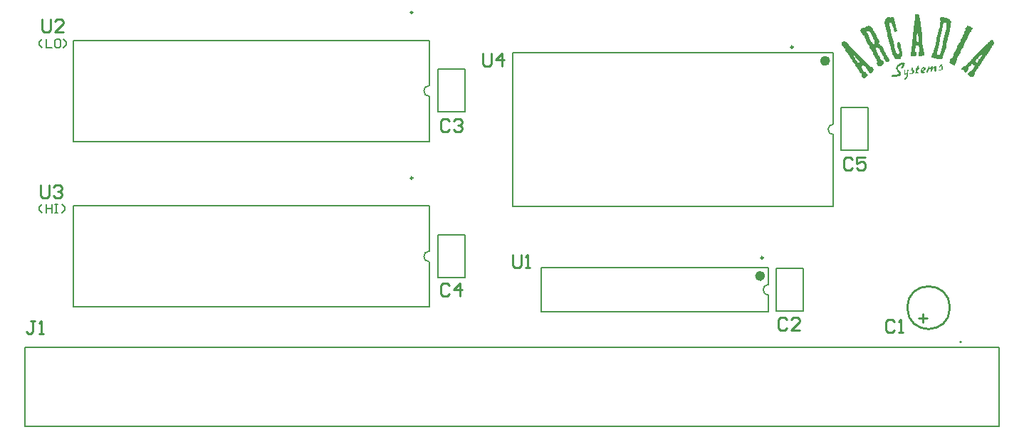
<source format=gto>
G04*
G04 #@! TF.GenerationSoftware,Altium Limited,Altium Designer,20.2.6 (244)*
G04*
G04 Layer_Color=65535*
%FSAX24Y24*%
%MOIN*%
G70*
G04*
G04 #@! TF.SameCoordinates,F670C94F-DB3F-48BB-9EAE-642EF2030223*
G04*
G04*
G04 #@! TF.FilePolarity,Positive*
G04*
G01*
G75*
%ADD10C,0.0079*%
%ADD11C,0.0098*%
%ADD12C,0.0100*%
%ADD13C,0.0236*%
%ADD14C,0.0050*%
%ADD15C,0.0080*%
G36*
X276467Y145223D02*
Y145209D01*
X276495D01*
Y145196D01*
Y145182D01*
Y145168D01*
Y145154D01*
X276523D01*
Y145140D01*
Y145126D01*
Y145112D01*
Y145099D01*
Y145085D01*
Y145071D01*
X276551D01*
Y145057D01*
Y145043D01*
Y145029D01*
Y145015D01*
X276578D01*
Y145002D01*
Y144988D01*
Y144974D01*
Y144960D01*
Y144946D01*
Y144932D01*
Y144918D01*
Y144905D01*
X276606D01*
Y144891D01*
Y144877D01*
Y144863D01*
Y144849D01*
Y144835D01*
Y144822D01*
Y144808D01*
Y144794D01*
Y144780D01*
Y144766D01*
Y144752D01*
Y144738D01*
X276634D01*
Y144725D01*
Y144711D01*
Y144697D01*
Y144683D01*
Y144669D01*
Y144655D01*
Y144641D01*
Y144628D01*
X276661D01*
Y144614D01*
Y144600D01*
Y144586D01*
Y144572D01*
X276634D01*
Y144558D01*
Y144544D01*
X276606D01*
Y144531D01*
Y144517D01*
X276523D01*
Y144531D01*
Y144544D01*
Y144558D01*
Y144572D01*
Y144586D01*
Y144600D01*
X276495D01*
Y144614D01*
Y144628D01*
Y144641D01*
Y144655D01*
Y144669D01*
Y144683D01*
Y144697D01*
Y144711D01*
Y144725D01*
Y144738D01*
X276467D01*
Y144752D01*
Y144766D01*
Y144780D01*
Y144794D01*
X276440D01*
Y144808D01*
Y144822D01*
Y144835D01*
Y144849D01*
Y144863D01*
Y144877D01*
Y144891D01*
Y144905D01*
X276412D01*
Y144918D01*
Y144932D01*
Y144946D01*
Y144960D01*
X276301D01*
Y144946D01*
Y144932D01*
Y144918D01*
Y144905D01*
Y144891D01*
Y144877D01*
Y144863D01*
Y144849D01*
Y144835D01*
Y144822D01*
Y144808D01*
Y144794D01*
X276329D01*
Y144780D01*
Y144766D01*
Y144752D01*
Y144738D01*
Y144725D01*
Y144711D01*
Y144697D01*
Y144683D01*
Y144669D01*
Y144655D01*
X276357D01*
Y144641D01*
Y144628D01*
Y144614D01*
Y144600D01*
Y144586D01*
Y144572D01*
X276384D01*
Y144558D01*
Y144544D01*
Y144531D01*
Y144517D01*
Y144503D01*
Y144489D01*
Y144475D01*
Y144461D01*
X276412D01*
Y144448D01*
Y144434D01*
Y144420D01*
Y144406D01*
Y144392D01*
Y144378D01*
Y144364D01*
Y144351D01*
Y144337D01*
Y144323D01*
X276440D01*
Y144309D01*
Y144295D01*
Y144281D01*
Y144267D01*
Y144254D01*
Y144240D01*
Y144226D01*
Y144212D01*
X276467D01*
Y144198D01*
Y144184D01*
Y144171D01*
Y144157D01*
Y144143D01*
Y144129D01*
X276495D01*
Y144115D01*
Y144101D01*
Y144087D01*
Y144074D01*
Y144060D01*
Y144046D01*
Y144032D01*
Y144018D01*
Y144004D01*
Y143990D01*
Y143977D01*
Y143963D01*
X276523D01*
Y143949D01*
Y143935D01*
Y143921D01*
Y143907D01*
Y143893D01*
Y143880D01*
X276551D01*
Y143866D01*
Y143852D01*
Y143838D01*
Y143824D01*
Y143810D01*
Y143797D01*
Y143783D01*
Y143769D01*
Y143755D01*
Y143741D01*
X276578D01*
Y143727D01*
Y143713D01*
Y143700D01*
Y143686D01*
Y143672D01*
Y143658D01*
X276606D01*
Y143644D01*
Y143630D01*
Y143616D01*
Y143603D01*
Y143589D01*
Y143575D01*
Y143561D01*
Y143547D01*
X276634D01*
Y143533D01*
Y143520D01*
X276661D01*
Y143506D01*
Y143492D01*
X276744D01*
Y143506D01*
Y143520D01*
X276772D01*
Y143533D01*
Y143547D01*
Y143561D01*
Y143575D01*
Y143589D01*
Y143603D01*
Y143616D01*
Y143630D01*
X276744D01*
Y143644D01*
Y143658D01*
Y143672D01*
Y143686D01*
Y143700D01*
Y143713D01*
X276717D01*
Y143727D01*
Y143741D01*
Y143755D01*
Y143769D01*
Y143783D01*
Y143797D01*
X276689D01*
Y143810D01*
Y143824D01*
Y143838D01*
Y143852D01*
Y143866D01*
Y143880D01*
Y143893D01*
Y143907D01*
Y143921D01*
Y143935D01*
Y143949D01*
Y143963D01*
Y143977D01*
Y143990D01*
Y144004D01*
Y144018D01*
X276717D01*
Y144032D01*
Y144046D01*
X276772D01*
Y144032D01*
Y144018D01*
X276800D01*
Y144004D01*
Y143990D01*
Y143977D01*
Y143963D01*
X276828D01*
Y143949D01*
Y143935D01*
Y143921D01*
Y143907D01*
Y143893D01*
Y143880D01*
Y143866D01*
Y143852D01*
X276855D01*
Y143838D01*
Y143824D01*
Y143810D01*
Y143797D01*
Y143783D01*
Y143769D01*
X276883D01*
Y143755D01*
Y143741D01*
Y143727D01*
Y143713D01*
Y143700D01*
Y143686D01*
Y143672D01*
Y143658D01*
Y143644D01*
Y143630D01*
X276911D01*
Y143616D01*
Y143603D01*
Y143589D01*
Y143575D01*
Y143561D01*
Y143547D01*
Y143533D01*
Y143520D01*
Y143506D01*
Y143492D01*
Y143478D01*
Y143464D01*
Y143450D01*
Y143436D01*
Y143423D01*
Y143409D01*
Y143395D01*
Y143381D01*
X276883D01*
Y143367D01*
Y143353D01*
X276855D01*
Y143339D01*
Y143326D01*
Y143312D01*
Y143298D01*
X276828D01*
Y143284D01*
Y143270D01*
X276772D01*
Y143256D01*
Y143242D01*
X276606D01*
Y143256D01*
Y143270D01*
X276578D01*
Y143284D01*
Y143298D01*
X276551D01*
Y143312D01*
Y143326D01*
X276523D01*
Y143339D01*
Y143353D01*
X276495D01*
Y143367D01*
Y143381D01*
Y143395D01*
Y143409D01*
X276467D01*
Y143423D01*
Y143436D01*
Y143450D01*
Y143464D01*
X276440D01*
Y143478D01*
Y143492D01*
Y143506D01*
Y143520D01*
Y143533D01*
Y143547D01*
Y143561D01*
Y143575D01*
X276412D01*
Y143589D01*
Y143603D01*
Y143616D01*
Y143630D01*
Y143644D01*
Y143658D01*
Y143672D01*
Y143686D01*
X276384D01*
Y143700D01*
Y143713D01*
Y143727D01*
Y143741D01*
Y143755D01*
Y143769D01*
Y143783D01*
Y143797D01*
X276357D01*
Y143810D01*
Y143824D01*
Y143838D01*
Y143852D01*
X276329D01*
Y143866D01*
Y143880D01*
Y143893D01*
Y143907D01*
Y143921D01*
Y143935D01*
Y143949D01*
Y143963D01*
X276301D01*
Y143977D01*
Y143990D01*
Y144004D01*
Y144018D01*
Y144032D01*
Y144046D01*
Y144060D01*
Y144074D01*
X276274D01*
Y144087D01*
Y144101D01*
Y144115D01*
Y144129D01*
Y144143D01*
Y144157D01*
Y144171D01*
Y144184D01*
X276246D01*
Y144198D01*
Y144212D01*
Y144226D01*
Y144240D01*
Y144254D01*
Y144267D01*
Y144281D01*
Y144295D01*
X276218D01*
Y144309D01*
Y144323D01*
Y144337D01*
Y144351D01*
Y144364D01*
Y144378D01*
Y144392D01*
Y144406D01*
X276190D01*
Y144420D01*
Y144434D01*
Y144448D01*
Y144461D01*
Y144475D01*
Y144489D01*
Y144503D01*
Y144517D01*
X276163D01*
Y144531D01*
Y144544D01*
Y144558D01*
Y144572D01*
Y144586D01*
Y144600D01*
Y144614D01*
Y144628D01*
X276135D01*
Y144641D01*
Y144655D01*
Y144669D01*
Y144683D01*
Y144697D01*
Y144711D01*
Y144725D01*
Y144738D01*
Y144752D01*
Y144766D01*
X276107D01*
Y144780D01*
Y144794D01*
Y144808D01*
Y144822D01*
Y144835D01*
Y144849D01*
Y144863D01*
Y144877D01*
Y144891D01*
Y144905D01*
X276080D01*
Y144918D01*
Y144932D01*
Y144946D01*
Y144960D01*
Y144974D01*
Y144988D01*
Y145002D01*
Y145015D01*
X276107D01*
Y145029D01*
Y145043D01*
Y145057D01*
Y145071D01*
Y145085D01*
Y145099D01*
Y145112D01*
Y145126D01*
X276135D01*
Y145140D01*
Y145154D01*
X276163D01*
Y145168D01*
Y145182D01*
X276218D01*
Y145196D01*
Y145209D01*
X276329D01*
Y145196D01*
Y145182D01*
X276384D01*
Y145196D01*
Y145209D01*
X276412D01*
Y145223D01*
Y145237D01*
X276467D01*
Y145223D01*
D02*
G37*
G36*
X277686Y145334D02*
Y145320D01*
X277714D01*
Y145306D01*
Y145292D01*
Y145279D01*
Y145265D01*
Y145251D01*
Y145237D01*
Y145223D01*
Y145209D01*
Y145196D01*
Y145182D01*
X277742D01*
Y145168D01*
Y145154D01*
Y145140D01*
Y145126D01*
Y145112D01*
Y145099D01*
Y145085D01*
Y145071D01*
Y145057D01*
Y145043D01*
Y145029D01*
Y145015D01*
X277769D01*
Y145002D01*
Y144988D01*
Y144974D01*
Y144960D01*
Y144946D01*
Y144932D01*
Y144918D01*
Y144905D01*
Y144891D01*
Y144877D01*
Y144863D01*
Y144849D01*
Y144835D01*
Y144822D01*
Y144808D01*
Y144794D01*
Y144780D01*
Y144766D01*
X277797D01*
Y144752D01*
Y144738D01*
Y144725D01*
Y144711D01*
Y144697D01*
Y144683D01*
Y144669D01*
Y144655D01*
Y144641D01*
Y144628D01*
Y144614D01*
Y144600D01*
Y144586D01*
Y144572D01*
Y144558D01*
Y144544D01*
Y144531D01*
Y144517D01*
X277825D01*
Y144503D01*
Y144489D01*
Y144475D01*
Y144461D01*
Y144448D01*
Y144434D01*
Y144420D01*
Y144406D01*
Y144392D01*
Y144378D01*
Y144364D01*
Y144351D01*
Y144337D01*
Y144323D01*
Y144309D01*
Y144295D01*
Y144281D01*
Y144267D01*
Y144254D01*
Y144240D01*
Y144226D01*
Y144212D01*
Y144198D01*
Y144184D01*
X277853D01*
Y144171D01*
Y144157D01*
Y144143D01*
Y144129D01*
Y144115D01*
Y144101D01*
Y144087D01*
Y144074D01*
Y144060D01*
Y144046D01*
Y144032D01*
Y144018D01*
Y144004D01*
Y143990D01*
Y143977D01*
Y143963D01*
Y143949D01*
Y143935D01*
X277880D01*
Y143921D01*
Y143907D01*
Y143893D01*
Y143880D01*
Y143866D01*
Y143852D01*
Y143838D01*
Y143824D01*
Y143810D01*
Y143797D01*
Y143783D01*
Y143769D01*
Y143755D01*
Y143741D01*
X277908D01*
Y143727D01*
Y143713D01*
Y143700D01*
Y143686D01*
Y143672D01*
Y143658D01*
Y143644D01*
Y143630D01*
Y143616D01*
Y143603D01*
X277936D01*
Y143589D01*
Y143575D01*
Y143561D01*
Y143547D01*
Y143533D01*
Y143520D01*
Y143506D01*
Y143492D01*
Y143478D01*
Y143464D01*
Y143450D01*
Y143436D01*
Y143423D01*
Y143409D01*
X277825D01*
Y143395D01*
Y143381D01*
X277686D01*
Y143395D01*
Y143409D01*
Y143423D01*
Y143436D01*
Y143450D01*
Y143464D01*
Y143478D01*
Y143492D01*
Y143506D01*
Y143520D01*
Y143533D01*
Y143547D01*
Y143561D01*
Y143575D01*
X277714D01*
Y143589D01*
Y143603D01*
Y143616D01*
Y143630D01*
Y143644D01*
Y143658D01*
Y143672D01*
Y143686D01*
Y143700D01*
Y143713D01*
Y143727D01*
Y143741D01*
Y143755D01*
Y143769D01*
Y143783D01*
Y143797D01*
Y143810D01*
Y143824D01*
X277686D01*
Y143838D01*
Y143852D01*
Y143866D01*
Y143880D01*
X277548D01*
Y143866D01*
Y143852D01*
Y143838D01*
Y143824D01*
Y143810D01*
Y143797D01*
Y143783D01*
Y143769D01*
X277520D01*
Y143755D01*
Y143741D01*
Y143727D01*
Y143713D01*
Y143700D01*
Y143686D01*
Y143672D01*
Y143658D01*
Y143644D01*
Y143630D01*
Y143616D01*
Y143603D01*
X277548D01*
Y143589D01*
Y143575D01*
X277576D01*
Y143561D01*
Y143547D01*
Y143533D01*
Y143520D01*
Y143506D01*
Y143492D01*
Y143478D01*
Y143464D01*
Y143450D01*
Y143436D01*
Y143423D01*
Y143409D01*
X277548D01*
Y143395D01*
Y143381D01*
X277299D01*
Y143395D01*
Y143409D01*
Y143423D01*
Y143436D01*
Y143450D01*
Y143464D01*
Y143478D01*
Y143492D01*
Y143506D01*
Y143520D01*
Y143533D01*
Y143547D01*
Y143561D01*
Y143575D01*
X277326D01*
Y143589D01*
Y143603D01*
X277354D01*
Y143616D01*
Y143630D01*
Y143644D01*
Y143658D01*
Y143672D01*
Y143686D01*
Y143700D01*
Y143713D01*
Y143727D01*
Y143741D01*
Y143755D01*
Y143769D01*
Y143783D01*
Y143797D01*
Y143810D01*
Y143824D01*
Y143838D01*
Y143852D01*
X277382D01*
Y143866D01*
Y143880D01*
Y143893D01*
Y143907D01*
Y143921D01*
Y143935D01*
Y143949D01*
Y143963D01*
Y143977D01*
Y143990D01*
Y144004D01*
Y144018D01*
Y144032D01*
Y144046D01*
Y144060D01*
Y144074D01*
Y144087D01*
Y144101D01*
Y144115D01*
Y144129D01*
Y144143D01*
Y144157D01*
Y144171D01*
Y144184D01*
X277409D01*
Y144198D01*
Y144212D01*
Y144226D01*
Y144240D01*
Y144254D01*
Y144267D01*
Y144281D01*
Y144295D01*
Y144309D01*
Y144323D01*
Y144337D01*
Y144351D01*
Y144364D01*
Y144378D01*
Y144392D01*
Y144406D01*
Y144420D01*
Y144434D01*
Y144448D01*
Y144461D01*
Y144475D01*
Y144489D01*
Y144503D01*
Y144517D01*
X277437D01*
Y144531D01*
Y144544D01*
Y144558D01*
Y144572D01*
Y144586D01*
Y144600D01*
Y144614D01*
Y144628D01*
Y144641D01*
Y144655D01*
Y144669D01*
Y144683D01*
Y144697D01*
Y144711D01*
Y144725D01*
Y144738D01*
Y144752D01*
Y144766D01*
Y144780D01*
Y144794D01*
Y144808D01*
Y144822D01*
X277465D01*
Y144835D01*
Y144849D01*
Y144863D01*
Y144877D01*
Y144891D01*
Y144905D01*
Y144918D01*
Y144932D01*
Y144946D01*
Y144960D01*
Y144974D01*
Y144988D01*
Y145002D01*
Y145015D01*
Y145029D01*
Y145043D01*
Y145057D01*
Y145071D01*
X277492D01*
Y145085D01*
Y145099D01*
Y145112D01*
Y145126D01*
Y145140D01*
Y145154D01*
Y145168D01*
Y145182D01*
Y145196D01*
Y145209D01*
Y145223D01*
Y145237D01*
Y145251D01*
Y145265D01*
Y145279D01*
Y145292D01*
X277520D01*
Y145306D01*
Y145320D01*
Y145334D01*
Y145348D01*
X277686D01*
Y145334D01*
D02*
G37*
G36*
X278822Y145223D02*
Y145209D01*
X278878D01*
Y145196D01*
Y145182D01*
X279016D01*
Y145168D01*
Y145154D01*
X279071D01*
Y145140D01*
Y145126D01*
X279155D01*
Y145112D01*
Y145099D01*
Y145085D01*
Y145071D01*
X279182D01*
Y145057D01*
Y145043D01*
Y145029D01*
Y145015D01*
X279210D01*
Y145002D01*
Y144988D01*
Y144974D01*
Y144960D01*
X279182D01*
Y144946D01*
Y144932D01*
Y144918D01*
Y144905D01*
Y144891D01*
Y144877D01*
Y144863D01*
Y144849D01*
Y144835D01*
Y144822D01*
Y144808D01*
Y144794D01*
Y144780D01*
Y144766D01*
Y144752D01*
Y144738D01*
X279155D01*
Y144725D01*
Y144711D01*
Y144697D01*
Y144683D01*
X279127D01*
Y144669D01*
Y144655D01*
Y144641D01*
Y144628D01*
Y144614D01*
Y144600D01*
Y144586D01*
Y144572D01*
Y144558D01*
Y144544D01*
Y144531D01*
Y144517D01*
X279099D01*
Y144503D01*
Y144489D01*
Y144475D01*
Y144461D01*
Y144448D01*
Y144434D01*
Y144420D01*
Y144406D01*
X279071D01*
Y144392D01*
Y144378D01*
Y144364D01*
Y144351D01*
Y144337D01*
Y144323D01*
Y144309D01*
Y144295D01*
X279044D01*
Y144281D01*
Y144267D01*
Y144254D01*
Y144240D01*
Y144226D01*
Y144212D01*
Y144198D01*
Y144184D01*
Y144171D01*
Y144157D01*
Y144143D01*
Y144129D01*
X279016D01*
Y144115D01*
Y144101D01*
Y144087D01*
Y144074D01*
Y144060D01*
Y144046D01*
Y144032D01*
Y144018D01*
X278988D01*
Y144004D01*
Y143990D01*
Y143977D01*
Y143963D01*
Y143949D01*
Y143935D01*
Y143921D01*
Y143907D01*
X278961D01*
Y143893D01*
Y143880D01*
Y143866D01*
Y143852D01*
Y143838D01*
Y143824D01*
Y143810D01*
Y143797D01*
Y143783D01*
Y143769D01*
Y143755D01*
Y143741D01*
X278933D01*
Y143727D01*
Y143713D01*
Y143700D01*
Y143686D01*
X278905D01*
Y143672D01*
Y143658D01*
Y143644D01*
Y143630D01*
Y143616D01*
Y143603D01*
Y143589D01*
Y143575D01*
X278878D01*
Y143561D01*
Y143547D01*
Y143533D01*
Y143520D01*
X278850D01*
Y143506D01*
Y143492D01*
Y143478D01*
Y143464D01*
Y143450D01*
Y143436D01*
Y143423D01*
Y143409D01*
X278822D01*
Y143395D01*
Y143381D01*
Y143367D01*
Y143353D01*
Y143339D01*
Y143326D01*
X278794D01*
Y143312D01*
Y143298D01*
X278767D01*
Y143284D01*
Y143270D01*
X278490D01*
Y143284D01*
Y143298D01*
X278379D01*
Y143312D01*
Y143326D01*
X278268D01*
Y143339D01*
Y143353D01*
Y143367D01*
Y143381D01*
Y143395D01*
Y143409D01*
Y143423D01*
Y143436D01*
X278296D01*
Y143450D01*
Y143464D01*
Y143478D01*
Y143492D01*
Y143506D01*
Y143520D01*
X278351D01*
Y143533D01*
Y143547D01*
X278379D01*
Y143561D01*
Y143575D01*
Y143589D01*
Y143603D01*
Y143616D01*
Y143630D01*
Y143644D01*
Y143658D01*
Y143672D01*
Y143686D01*
X278407D01*
Y143700D01*
Y143713D01*
Y143727D01*
Y143741D01*
Y143755D01*
Y143769D01*
Y143783D01*
Y143797D01*
X278434D01*
Y143810D01*
Y143824D01*
Y143838D01*
Y143852D01*
Y143866D01*
Y143880D01*
Y143893D01*
Y143907D01*
X278462D01*
Y143921D01*
Y143935D01*
Y143949D01*
Y143963D01*
Y143977D01*
Y143990D01*
Y144004D01*
Y144018D01*
Y144032D01*
Y144046D01*
X278490D01*
Y144060D01*
Y144074D01*
Y144087D01*
Y144101D01*
Y144115D01*
Y144129D01*
Y144143D01*
Y144157D01*
Y144171D01*
Y144184D01*
X278517D01*
Y144198D01*
Y144212D01*
Y144226D01*
Y144240D01*
Y144254D01*
Y144267D01*
Y144281D01*
Y144295D01*
X278545D01*
Y144309D01*
Y144323D01*
Y144337D01*
Y144351D01*
Y144364D01*
Y144378D01*
Y144392D01*
Y144406D01*
X278573D01*
Y144420D01*
Y144434D01*
Y144448D01*
Y144461D01*
Y144475D01*
Y144489D01*
Y144503D01*
Y144517D01*
X278601D01*
Y144531D01*
Y144544D01*
Y144558D01*
Y144572D01*
Y144586D01*
Y144600D01*
Y144614D01*
Y144628D01*
Y144641D01*
Y144655D01*
X278628D01*
Y144669D01*
Y144683D01*
Y144697D01*
Y144711D01*
Y144725D01*
Y144738D01*
X278656D01*
Y144752D01*
Y144766D01*
Y144780D01*
Y144794D01*
Y144808D01*
Y144822D01*
Y144835D01*
Y144849D01*
Y144863D01*
Y144877D01*
X278684D01*
Y144891D01*
Y144905D01*
Y144918D01*
Y144932D01*
Y144946D01*
Y144960D01*
Y144974D01*
Y144988D01*
X278711D01*
Y145002D01*
Y145015D01*
Y145029D01*
Y145043D01*
Y145057D01*
Y145071D01*
X278684D01*
Y145085D01*
Y145099D01*
Y145112D01*
Y145126D01*
Y145140D01*
Y145154D01*
Y145168D01*
Y145182D01*
X278711D01*
Y145196D01*
Y145209D01*
Y145223D01*
Y145237D01*
X278822D01*
Y145223D01*
D02*
G37*
G36*
X275387Y144808D02*
Y144794D01*
X275442D01*
Y144780D01*
Y144766D01*
X275470D01*
Y144752D01*
Y144738D01*
X275498D01*
Y144725D01*
Y144711D01*
Y144697D01*
Y144683D01*
X275526D01*
Y144669D01*
Y144655D01*
Y144641D01*
Y144628D01*
X275553D01*
Y144614D01*
Y144600D01*
X275581D01*
Y144586D01*
Y144572D01*
Y144558D01*
Y144544D01*
X275609D01*
Y144531D01*
Y144517D01*
Y144503D01*
Y144489D01*
X275636D01*
Y144475D01*
Y144461D01*
X275664D01*
Y144448D01*
Y144434D01*
Y144420D01*
Y144406D01*
X275692D01*
Y144392D01*
Y144378D01*
Y144364D01*
Y144351D01*
Y144337D01*
Y144323D01*
X275720D01*
Y144309D01*
Y144295D01*
X275747D01*
Y144281D01*
Y144267D01*
Y144254D01*
Y144240D01*
X275775D01*
Y144226D01*
Y144212D01*
Y144198D01*
Y144184D01*
X275803D01*
Y144171D01*
Y144157D01*
Y144143D01*
Y144129D01*
X275830D01*
Y144115D01*
Y144101D01*
Y144087D01*
Y144074D01*
Y144060D01*
Y144046D01*
Y144032D01*
Y144018D01*
X275803D01*
Y144004D01*
Y143990D01*
Y143977D01*
Y143963D01*
X275886D01*
Y143949D01*
Y143935D01*
Y143921D01*
Y143907D01*
X275941D01*
Y143893D01*
Y143880D01*
Y143866D01*
Y143852D01*
X275969D01*
Y143838D01*
Y143824D01*
X275997D01*
Y143810D01*
Y143797D01*
Y143783D01*
Y143769D01*
X276024D01*
Y143755D01*
Y143741D01*
Y143727D01*
Y143713D01*
Y143700D01*
Y143686D01*
X276052D01*
Y143672D01*
Y143658D01*
X276080D01*
Y143644D01*
Y143630D01*
Y143616D01*
Y143603D01*
X276107D01*
Y143589D01*
Y143575D01*
Y143561D01*
Y143547D01*
X276135D01*
Y143533D01*
Y143520D01*
Y143506D01*
Y143492D01*
Y143478D01*
Y143464D01*
X276163D01*
Y143450D01*
Y143436D01*
Y143423D01*
Y143409D01*
X276190D01*
Y143395D01*
Y143381D01*
X276218D01*
Y143367D01*
Y143353D01*
X276246D01*
Y143339D01*
Y143326D01*
X276274D01*
Y143312D01*
Y143298D01*
Y143284D01*
Y143270D01*
X276301D01*
Y143256D01*
Y143242D01*
Y143229D01*
Y143215D01*
Y143201D01*
Y143187D01*
Y143173D01*
Y143159D01*
X276274D01*
Y143146D01*
Y143132D01*
X276135D01*
Y143146D01*
Y143159D01*
X276107D01*
Y143173D01*
Y143187D01*
Y143201D01*
Y143215D01*
X276080D01*
Y143229D01*
Y143242D01*
Y143256D01*
Y143270D01*
X276052D01*
Y143284D01*
Y143298D01*
Y143312D01*
Y143326D01*
X276024D01*
Y143339D01*
Y143353D01*
Y143367D01*
Y143381D01*
X275997D01*
Y143395D01*
Y143409D01*
X275969D01*
Y143423D01*
Y143436D01*
Y143450D01*
Y143464D01*
Y143478D01*
Y143492D01*
X275941D01*
Y143506D01*
Y143520D01*
Y143533D01*
Y143547D01*
X275913D01*
Y143561D01*
Y143575D01*
X275886D01*
Y143589D01*
Y143603D01*
Y143616D01*
Y143630D01*
X275858D01*
Y143644D01*
Y143658D01*
Y143672D01*
Y143686D01*
X275830D01*
Y143700D01*
Y143713D01*
Y143727D01*
Y143741D01*
X275803D01*
Y143755D01*
Y143769D01*
X275775D01*
Y143783D01*
Y143797D01*
X275664D01*
Y143783D01*
Y143769D01*
Y143755D01*
Y143741D01*
Y143727D01*
Y143713D01*
Y143700D01*
Y143686D01*
X275692D01*
Y143672D01*
Y143658D01*
Y143644D01*
Y143630D01*
X275720D01*
Y143616D01*
Y143603D01*
Y143589D01*
Y143575D01*
X275747D01*
Y143561D01*
Y143547D01*
Y143533D01*
Y143520D01*
X275775D01*
Y143506D01*
Y143492D01*
Y143478D01*
Y143464D01*
Y143450D01*
Y143436D01*
X275803D01*
Y143423D01*
Y143409D01*
X275830D01*
Y143395D01*
Y143381D01*
Y143367D01*
Y143353D01*
X275858D01*
Y143339D01*
Y143326D01*
Y143312D01*
Y143298D01*
X275886D01*
Y143284D01*
Y143270D01*
Y143256D01*
Y143242D01*
X275913D01*
Y143229D01*
Y143215D01*
X275941D01*
Y143201D01*
Y143187D01*
X275997D01*
Y143173D01*
Y143159D01*
X276024D01*
Y143146D01*
Y143132D01*
X276052D01*
Y143118D01*
Y143104D01*
Y143090D01*
Y143076D01*
Y143062D01*
Y143049D01*
X276024D01*
Y143035D01*
Y143021D01*
X275997D01*
Y143007D01*
Y142993D01*
X275969D01*
Y142979D01*
Y142965D01*
X275941D01*
Y142952D01*
Y142938D01*
X275886D01*
Y142924D01*
Y142910D01*
X275775D01*
Y142924D01*
Y142938D01*
Y142952D01*
Y142965D01*
X275747D01*
Y142979D01*
Y142993D01*
Y143007D01*
Y143021D01*
X275720D01*
Y143035D01*
Y143049D01*
Y143062D01*
Y143076D01*
Y143090D01*
Y143104D01*
X275747D01*
Y143118D01*
Y143132D01*
Y143146D01*
Y143159D01*
X275720D01*
Y143173D01*
Y143187D01*
X275692D01*
Y143201D01*
Y143215D01*
Y143229D01*
Y143242D01*
X275664D01*
Y143256D01*
Y143270D01*
Y143284D01*
Y143298D01*
X275636D01*
Y143312D01*
Y143326D01*
Y143339D01*
Y143353D01*
X275609D01*
Y143367D01*
Y143381D01*
Y143395D01*
Y143409D01*
X275581D01*
Y143423D01*
Y143436D01*
Y143450D01*
Y143464D01*
X275553D01*
Y143478D01*
Y143492D01*
Y143506D01*
Y143520D01*
X275526D01*
Y143533D01*
Y143547D01*
Y143561D01*
Y143575D01*
X275498D01*
Y143589D01*
Y143603D01*
Y143616D01*
Y143630D01*
X275470D01*
Y143644D01*
Y143658D01*
Y143672D01*
Y143686D01*
X275442D01*
Y143700D01*
Y143713D01*
X275415D01*
Y143727D01*
Y143741D01*
Y143755D01*
Y143769D01*
X275387D01*
Y143783D01*
Y143797D01*
Y143810D01*
Y143824D01*
Y143838D01*
Y143852D01*
X275359D01*
Y143866D01*
Y143880D01*
X275332D01*
Y143893D01*
Y143907D01*
Y143921D01*
Y143935D01*
X275304D01*
Y143949D01*
Y143963D01*
X275276D01*
Y143977D01*
Y143990D01*
Y144004D01*
Y144018D01*
X275249D01*
Y144032D01*
Y144046D01*
Y144060D01*
Y144074D01*
Y144087D01*
Y144101D01*
X275221D01*
Y144115D01*
Y144129D01*
Y144143D01*
Y144157D01*
X275193D01*
Y144171D01*
Y144184D01*
X275165D01*
Y144198D01*
Y144212D01*
Y144226D01*
Y144240D01*
Y144254D01*
Y144267D01*
X275138D01*
Y144281D01*
Y144295D01*
Y144309D01*
Y144323D01*
Y144337D01*
Y144351D01*
X275082D01*
Y144364D01*
Y144378D01*
Y144392D01*
Y144406D01*
X275055D01*
Y144420D01*
Y144434D01*
Y144448D01*
Y144461D01*
X274999D01*
Y144475D01*
Y144489D01*
X274972D01*
Y144503D01*
Y144517D01*
Y144531D01*
Y144544D01*
X274944D01*
Y144558D01*
Y144572D01*
Y144586D01*
Y144600D01*
Y144614D01*
Y144628D01*
X274972D01*
Y144641D01*
Y144655D01*
Y144669D01*
Y144683D01*
X275027D01*
Y144697D01*
Y144711D01*
X275082D01*
Y144725D01*
Y144738D01*
X275165D01*
Y144752D01*
Y144766D01*
X275193D01*
Y144780D01*
Y144794D01*
X275304D01*
Y144808D01*
Y144822D01*
X275387D01*
Y144808D01*
D02*
G37*
G36*
X280013D02*
Y144794D01*
X280096D01*
Y144780D01*
Y144766D01*
X280124D01*
Y144752D01*
Y144738D01*
X280180D01*
Y144725D01*
Y144711D01*
X280207D01*
Y144697D01*
Y144683D01*
Y144669D01*
Y144655D01*
X280180D01*
Y144641D01*
Y144628D01*
X280152D01*
Y144614D01*
Y144600D01*
Y144586D01*
Y144572D01*
X280124D01*
Y144558D01*
Y144544D01*
Y144531D01*
Y144517D01*
X280069D01*
Y144503D01*
Y144489D01*
Y144475D01*
Y144461D01*
X280041D01*
Y144448D01*
Y144434D01*
Y144420D01*
Y144406D01*
X280013D01*
Y144392D01*
Y144378D01*
Y144364D01*
Y144351D01*
Y144337D01*
Y144323D01*
X279986D01*
Y144309D01*
Y144295D01*
X279958D01*
Y144281D01*
Y144267D01*
Y144254D01*
Y144240D01*
X279930D01*
Y144226D01*
Y144212D01*
Y144198D01*
Y144184D01*
Y144171D01*
Y144157D01*
X279903D01*
Y144143D01*
Y144129D01*
X279875D01*
Y144115D01*
Y144101D01*
Y144087D01*
Y144074D01*
Y144060D01*
Y144046D01*
X279847D01*
Y144032D01*
Y144018D01*
Y144004D01*
Y143990D01*
X279819D01*
Y143977D01*
Y143963D01*
Y143949D01*
Y143935D01*
X279792D01*
Y143921D01*
Y143907D01*
Y143893D01*
Y143880D01*
X279764D01*
Y143866D01*
Y143852D01*
Y143838D01*
Y143824D01*
Y143810D01*
Y143797D01*
X279736D01*
Y143783D01*
Y143769D01*
Y143755D01*
Y143741D01*
X279709D01*
Y143727D01*
Y143713D01*
X279681D01*
Y143700D01*
Y143686D01*
Y143672D01*
Y143658D01*
X279653D01*
Y143644D01*
Y143630D01*
Y143616D01*
Y143603D01*
Y143589D01*
Y143575D01*
X279626D01*
Y143561D01*
Y143547D01*
Y143533D01*
Y143520D01*
X279598D01*
Y143506D01*
Y143492D01*
X279570D01*
Y143478D01*
Y143464D01*
Y143450D01*
Y143436D01*
Y143423D01*
Y143409D01*
X279542D01*
Y143395D01*
Y143381D01*
X279515D01*
Y143367D01*
Y143353D01*
Y143339D01*
Y143326D01*
X279487D01*
Y143312D01*
Y143298D01*
Y143284D01*
Y143270D01*
X279459D01*
Y143256D01*
Y143242D01*
Y143229D01*
Y143215D01*
Y143201D01*
Y143187D01*
X279432D01*
Y143173D01*
Y143159D01*
Y143146D01*
Y143132D01*
Y143118D01*
Y143104D01*
Y143090D01*
Y143076D01*
X279404D01*
Y143062D01*
Y143049D01*
Y143035D01*
Y143021D01*
X279376D01*
Y143007D01*
Y142993D01*
Y142979D01*
Y142965D01*
X279321D01*
Y142979D01*
Y142993D01*
X279238D01*
Y143007D01*
Y143021D01*
X279182D01*
Y143035D01*
Y143049D01*
X279155D01*
Y143062D01*
Y143076D01*
X279099D01*
Y143090D01*
Y143104D01*
Y143118D01*
Y143132D01*
X279127D01*
Y143146D01*
Y143159D01*
Y143173D01*
Y143187D01*
X279155D01*
Y143201D01*
Y143215D01*
Y143229D01*
Y143242D01*
X279182D01*
Y143256D01*
Y143270D01*
Y143284D01*
Y143298D01*
X279238D01*
Y143312D01*
Y143326D01*
X279265D01*
Y143339D01*
Y143353D01*
Y143367D01*
Y143381D01*
X279293D01*
Y143395D01*
Y143409D01*
Y143423D01*
Y143436D01*
X279321D01*
Y143450D01*
Y143464D01*
Y143478D01*
Y143492D01*
Y143506D01*
Y143520D01*
X279349D01*
Y143533D01*
Y143547D01*
Y143561D01*
Y143575D01*
X279376D01*
Y143589D01*
Y143603D01*
Y143616D01*
Y143630D01*
X279404D01*
Y143644D01*
Y143658D01*
Y143672D01*
Y143686D01*
X279432D01*
Y143700D01*
Y143713D01*
Y143727D01*
Y143741D01*
X279459D01*
Y143755D01*
Y143769D01*
Y143783D01*
Y143797D01*
X279487D01*
Y143810D01*
Y143824D01*
Y143838D01*
Y143852D01*
Y143866D01*
Y143880D01*
X279515D01*
Y143893D01*
Y143907D01*
Y143921D01*
Y143935D01*
X279542D01*
Y143949D01*
Y143963D01*
Y143977D01*
Y143990D01*
X279570D01*
Y144004D01*
Y144018D01*
X279598D01*
Y144032D01*
Y144046D01*
Y144060D01*
Y144074D01*
X279626D01*
Y144087D01*
Y144101D01*
Y144115D01*
Y144129D01*
X279653D01*
Y144143D01*
Y144157D01*
Y144171D01*
Y144184D01*
X279681D01*
Y144198D01*
Y144212D01*
Y144226D01*
Y144240D01*
X279709D01*
Y144254D01*
Y144267D01*
Y144281D01*
Y144295D01*
X279736D01*
Y144309D01*
Y144323D01*
Y144337D01*
Y144351D01*
Y144364D01*
Y144378D01*
X279764D01*
Y144392D01*
Y144406D01*
Y144420D01*
Y144434D01*
X279792D01*
Y144448D01*
Y144461D01*
Y144475D01*
Y144489D01*
X279819D01*
Y144503D01*
Y144517D01*
Y144531D01*
Y144544D01*
X279847D01*
Y144558D01*
Y144572D01*
Y144586D01*
Y144600D01*
X279875D01*
Y144614D01*
Y144628D01*
Y144641D01*
Y144655D01*
X279847D01*
Y144669D01*
Y144683D01*
X279875D01*
Y144697D01*
Y144711D01*
Y144725D01*
Y144738D01*
X279903D01*
Y144752D01*
Y144766D01*
X279930D01*
Y144780D01*
Y144794D01*
Y144808D01*
Y144822D01*
X280013D01*
Y144808D01*
D02*
G37*
G36*
X278517Y142896D02*
Y142882D01*
X278490D01*
Y142869D01*
Y142855D01*
Y142841D01*
Y142827D01*
Y142813D01*
Y142799D01*
Y142785D01*
Y142772D01*
Y142758D01*
Y142744D01*
X278517D01*
Y142730D01*
Y142716D01*
Y142702D01*
Y142688D01*
X278462D01*
Y142675D01*
Y142661D01*
X278434D01*
Y142675D01*
Y142688D01*
X278407D01*
Y142702D01*
Y142716D01*
Y142730D01*
Y142744D01*
Y142758D01*
Y142772D01*
Y142785D01*
Y142799D01*
Y142813D01*
Y142827D01*
X278351D01*
Y142813D01*
Y142799D01*
Y142785D01*
Y142772D01*
X278324D01*
Y142758D01*
Y142744D01*
X278296D01*
Y142730D01*
Y142716D01*
Y142702D01*
Y142688D01*
X278268D01*
Y142675D01*
Y142661D01*
X278240D01*
Y142675D01*
Y142688D01*
Y142702D01*
Y142716D01*
Y142730D01*
Y142744D01*
Y142758D01*
Y142772D01*
Y142785D01*
Y142799D01*
X278185D01*
Y142785D01*
Y142772D01*
X278157D01*
Y142758D01*
Y142744D01*
X278130D01*
Y142730D01*
Y142716D01*
Y142702D01*
Y142688D01*
X278102D01*
Y142675D01*
Y142661D01*
Y142647D01*
Y142633D01*
X278046D01*
Y142647D01*
Y142661D01*
Y142675D01*
Y142688D01*
Y142702D01*
Y142716D01*
X278074D01*
Y142730D01*
Y142744D01*
Y142758D01*
Y142772D01*
Y142785D01*
Y142799D01*
X278102D01*
Y142813D01*
Y142827D01*
Y142841D01*
Y142855D01*
X278130D01*
Y142869D01*
Y142882D01*
Y142896D01*
Y142910D01*
X278157D01*
Y142896D01*
Y142882D01*
X278185D01*
Y142869D01*
Y142855D01*
X278240D01*
Y142869D01*
Y142882D01*
X278268D01*
Y142896D01*
Y142910D01*
X278351D01*
Y142896D01*
Y142882D01*
Y142869D01*
Y142855D01*
X278379D01*
Y142869D01*
Y142882D01*
X278407D01*
Y142896D01*
Y142910D01*
X278517D01*
Y142896D01*
D02*
G37*
G36*
X277022Y143062D02*
Y143049D01*
X277049D01*
Y143035D01*
Y143021D01*
X277022D01*
Y143007D01*
Y142993D01*
Y142979D01*
Y142965D01*
X276994D01*
Y142952D01*
Y142938D01*
Y142924D01*
Y142910D01*
X276966D01*
Y142896D01*
Y142882D01*
Y142869D01*
Y142855D01*
X276938D01*
Y142841D01*
Y142827D01*
X276855D01*
Y142841D01*
Y142855D01*
X276883D01*
Y142869D01*
Y142882D01*
Y142896D01*
Y142910D01*
X276911D01*
Y142924D01*
Y142938D01*
Y142952D01*
Y142965D01*
Y142979D01*
Y142993D01*
X276855D01*
Y142979D01*
Y142965D01*
X276800D01*
Y142952D01*
Y142938D01*
X276772D01*
Y142924D01*
Y142910D01*
X276744D01*
Y142896D01*
Y142882D01*
X276717D01*
Y142869D01*
Y142855D01*
Y142841D01*
Y142827D01*
Y142813D01*
Y142799D01*
Y142785D01*
Y142772D01*
X276744D01*
Y142758D01*
Y142744D01*
Y142730D01*
Y142716D01*
X276772D01*
Y142702D01*
Y142688D01*
X276800D01*
Y142675D01*
Y142661D01*
X276828D01*
Y142647D01*
Y142633D01*
Y142619D01*
Y142605D01*
X276855D01*
Y142591D01*
Y142578D01*
Y142564D01*
Y142550D01*
Y142536D01*
Y142522D01*
X276828D01*
Y142508D01*
Y142495D01*
X276800D01*
Y142481D01*
Y142467D01*
X276661D01*
Y142453D01*
Y142439D01*
X276412D01*
Y142453D01*
Y142467D01*
Y142481D01*
Y142495D01*
X276440D01*
Y142508D01*
Y142522D01*
X276661D01*
Y142536D01*
Y142550D01*
X276744D01*
Y142564D01*
Y142578D01*
X276772D01*
Y142591D01*
Y142605D01*
X276744D01*
Y142619D01*
Y142633D01*
X276717D01*
Y142647D01*
Y142661D01*
X276689D01*
Y142675D01*
Y142688D01*
Y142702D01*
Y142716D01*
X276661D01*
Y142730D01*
Y142744D01*
X276634D01*
Y142758D01*
Y142772D01*
Y142785D01*
Y142799D01*
X276606D01*
Y142813D01*
Y142827D01*
Y142841D01*
Y142855D01*
X276634D01*
Y142869D01*
Y142882D01*
Y142896D01*
Y142910D01*
X276661D01*
Y142924D01*
Y142938D01*
Y142952D01*
Y142965D01*
X276689D01*
Y142979D01*
Y142993D01*
X276744D01*
Y143007D01*
Y143021D01*
X276772D01*
Y143035D01*
Y143049D01*
X276828D01*
Y143062D01*
Y143076D01*
X277022D01*
Y143062D01*
D02*
G37*
G36*
X278767Y143007D02*
Y142993D01*
Y142979D01*
Y142965D01*
Y142952D01*
Y142938D01*
Y142924D01*
Y142910D01*
X278794D01*
Y142896D01*
Y142882D01*
Y142869D01*
Y142855D01*
Y142841D01*
Y142827D01*
Y142813D01*
Y142799D01*
Y142785D01*
Y142772D01*
X278767D01*
Y142758D01*
Y142744D01*
X278739D01*
Y142730D01*
Y142716D01*
X278601D01*
Y142730D01*
Y142744D01*
Y142758D01*
Y142772D01*
X278739D01*
Y142785D01*
Y142799D01*
Y142813D01*
Y142827D01*
Y142841D01*
Y142855D01*
Y142869D01*
Y142882D01*
Y142896D01*
Y142910D01*
X278711D01*
Y142896D01*
Y142882D01*
X278684D01*
Y142869D01*
Y142855D01*
X278628D01*
Y142869D01*
Y142882D01*
Y142896D01*
Y142910D01*
X278656D01*
Y142924D01*
Y142938D01*
X278684D01*
Y142952D01*
Y142965D01*
Y142979D01*
Y142993D01*
X278739D01*
Y143007D01*
Y143021D01*
X278767D01*
Y143007D01*
D02*
G37*
G36*
X277936Y142869D02*
Y142855D01*
X277991D01*
Y142841D01*
Y142827D01*
Y142813D01*
Y142799D01*
Y142785D01*
Y142772D01*
X277963D01*
Y142758D01*
Y142744D01*
Y142730D01*
Y142716D01*
X277908D01*
Y142702D01*
Y142688D01*
Y142675D01*
Y142661D01*
X277963D01*
Y142647D01*
Y142633D01*
X277936D01*
Y142619D01*
Y142605D01*
X277797D01*
Y142619D01*
Y142633D01*
X277769D01*
Y142647D01*
Y142661D01*
Y142675D01*
Y142688D01*
Y142702D01*
Y142716D01*
Y142730D01*
Y142744D01*
Y142758D01*
Y142772D01*
X277797D01*
Y142785D01*
Y142799D01*
Y142813D01*
Y142827D01*
X277825D01*
Y142841D01*
Y142855D01*
X277880D01*
Y142869D01*
Y142882D01*
X277936D01*
Y142869D01*
D02*
G37*
G36*
X277659Y142952D02*
Y142938D01*
Y142924D01*
Y142910D01*
Y142896D01*
Y142882D01*
X277686D01*
Y142869D01*
Y142855D01*
X277714D01*
Y142841D01*
Y142827D01*
Y142813D01*
Y142799D01*
X277659D01*
Y142785D01*
Y142772D01*
X277631D01*
Y142758D01*
Y142744D01*
Y142730D01*
Y142716D01*
X277603D01*
Y142702D01*
Y142688D01*
Y142675D01*
Y142661D01*
X277631D01*
Y142647D01*
Y142633D01*
X277686D01*
Y142619D01*
Y142605D01*
X277603D01*
Y142591D01*
Y142578D01*
X277548D01*
Y142591D01*
Y142605D01*
X277520D01*
Y142619D01*
Y142633D01*
X277548D01*
Y142647D01*
Y142661D01*
Y142675D01*
Y142688D01*
Y142702D01*
Y142716D01*
Y142730D01*
Y142744D01*
X277576D01*
Y142758D01*
Y142772D01*
X277548D01*
Y142785D01*
Y142799D01*
Y142813D01*
Y142827D01*
X277576D01*
Y142841D01*
Y142855D01*
X277603D01*
Y142869D01*
Y142882D01*
Y142896D01*
Y142910D01*
Y142924D01*
Y142938D01*
X277631D01*
Y142952D01*
Y142965D01*
X277659D01*
Y142952D01*
D02*
G37*
G36*
X277215Y142730D02*
Y142716D01*
Y142702D01*
Y142688D01*
X277188D01*
Y142675D01*
Y142661D01*
Y142647D01*
Y142633D01*
Y142619D01*
Y142605D01*
Y142591D01*
Y142578D01*
Y142564D01*
Y142550D01*
X277160D01*
Y142536D01*
Y142522D01*
X277188D01*
Y142508D01*
Y142495D01*
X277160D01*
Y142481D01*
Y142467D01*
Y142453D01*
Y142439D01*
Y142425D01*
Y142411D01*
X277132D01*
Y142398D01*
Y142384D01*
Y142370D01*
Y142356D01*
X277105D01*
Y142342D01*
Y142328D01*
X277077D01*
Y142314D01*
Y142301D01*
X277022D01*
Y142314D01*
Y142328D01*
Y142342D01*
Y142356D01*
X277049D01*
Y142370D01*
Y142384D01*
X277077D01*
Y142398D01*
Y142411D01*
Y142425D01*
Y142439D01*
X277105D01*
Y142453D01*
Y142467D01*
Y142481D01*
Y142495D01*
Y142508D01*
Y142522D01*
Y142536D01*
Y142550D01*
X277077D01*
Y142536D01*
Y142522D01*
X276994D01*
Y142536D01*
Y142550D01*
Y142564D01*
Y142578D01*
Y142591D01*
Y142605D01*
Y142619D01*
Y142633D01*
Y142647D01*
Y142661D01*
Y142675D01*
Y142688D01*
Y142702D01*
Y142716D01*
X277022D01*
Y142730D01*
Y142744D01*
X277049D01*
Y142730D01*
Y142716D01*
Y142702D01*
Y142688D01*
Y142675D01*
Y142661D01*
Y142647D01*
Y142633D01*
Y142619D01*
Y142605D01*
Y142591D01*
Y142578D01*
X277077D01*
Y142591D01*
Y142605D01*
X277105D01*
Y142619D01*
Y142633D01*
X277132D01*
Y142647D01*
Y142661D01*
Y142675D01*
Y142688D01*
Y142702D01*
Y142716D01*
Y142730D01*
Y142744D01*
X277215D01*
Y142730D01*
D02*
G37*
G36*
X274224Y144087D02*
Y144074D01*
X274279D01*
Y144060D01*
Y144046D01*
X274307D01*
Y144032D01*
Y144018D01*
X274334D01*
Y144004D01*
Y143990D01*
X274362D01*
Y143977D01*
Y143963D01*
X274390D01*
Y143949D01*
Y143935D01*
Y143921D01*
Y143907D01*
X274418D01*
Y143893D01*
Y143880D01*
X274445D01*
Y143866D01*
Y143852D01*
X274473D01*
Y143838D01*
Y143824D01*
X274501D01*
Y143810D01*
Y143797D01*
X274528D01*
Y143783D01*
Y143769D01*
X274556D01*
Y143755D01*
Y143741D01*
X274584D01*
Y143727D01*
Y143713D01*
X274611D01*
Y143700D01*
Y143686D01*
X274639D01*
Y143672D01*
Y143658D01*
X274667D01*
Y143644D01*
Y143630D01*
X274695D01*
Y143616D01*
Y143603D01*
X274722D01*
Y143589D01*
Y143575D01*
X274750D01*
Y143561D01*
Y143547D01*
X274778D01*
Y143533D01*
Y143520D01*
X274805D01*
Y143506D01*
Y143492D01*
X274833D01*
Y143478D01*
Y143464D01*
X274861D01*
Y143450D01*
Y143436D01*
X274888D01*
Y143423D01*
Y143409D01*
X274916D01*
Y143395D01*
Y143381D01*
X274944D01*
Y143367D01*
Y143353D01*
X274972D01*
Y143339D01*
Y143326D01*
X274999D01*
Y143312D01*
Y143298D01*
X275027D01*
Y143284D01*
Y143270D01*
X275055D01*
Y143256D01*
Y143242D01*
X275082D01*
Y143229D01*
Y143215D01*
X275110D01*
Y143201D01*
Y143187D01*
X275138D01*
Y143173D01*
Y143159D01*
X275165D01*
Y143146D01*
Y143132D01*
X275193D01*
Y143118D01*
Y143104D01*
X275221D01*
Y143090D01*
Y143076D01*
X275249D01*
Y143062D01*
Y143049D01*
X275276D01*
Y143035D01*
Y143021D01*
X275304D01*
Y143007D01*
Y142993D01*
X275332D01*
Y142979D01*
Y142965D01*
X275359D01*
Y142952D01*
Y142938D01*
X275387D01*
Y142924D01*
Y142910D01*
X275415D01*
Y142896D01*
Y142882D01*
X275498D01*
Y142869D01*
Y142855D01*
X275526D01*
Y142841D01*
Y142827D01*
X275553D01*
Y142813D01*
Y142799D01*
X275581D01*
Y142785D01*
Y142772D01*
Y142758D01*
Y142744D01*
Y142730D01*
Y142716D01*
X275553D01*
Y142702D01*
Y142688D01*
X275526D01*
Y142675D01*
Y142661D01*
X275498D01*
Y142647D01*
Y142633D01*
X275470D01*
Y142619D01*
Y142605D01*
X275442D01*
Y142591D01*
Y142578D01*
X275387D01*
Y142591D01*
Y142605D01*
X275359D01*
Y142619D01*
Y142633D01*
X275332D01*
Y142647D01*
Y142661D01*
Y142675D01*
Y142688D01*
X275304D01*
Y142702D01*
Y142716D01*
X275276D01*
Y142730D01*
Y142744D01*
Y142758D01*
Y142772D01*
Y142785D01*
Y142799D01*
X275249D01*
Y142813D01*
Y142827D01*
X275221D01*
Y142841D01*
Y142855D01*
X275193D01*
Y142869D01*
Y142882D01*
X275165D01*
Y142896D01*
Y142910D01*
X275138D01*
Y142924D01*
Y142938D01*
X275110D01*
Y142952D01*
Y142965D01*
X275055D01*
Y142952D01*
Y142938D01*
X275027D01*
Y142924D01*
Y142910D01*
X274999D01*
Y142896D01*
Y142882D01*
Y142869D01*
Y142855D01*
Y142841D01*
Y142827D01*
X275027D01*
Y142813D01*
Y142799D01*
Y142785D01*
Y142772D01*
X275055D01*
Y142758D01*
Y142744D01*
X275082D01*
Y142730D01*
Y142716D01*
Y142702D01*
Y142688D01*
X275110D01*
Y142675D01*
Y142661D01*
X275193D01*
Y142647D01*
Y142633D01*
X275221D01*
Y142619D01*
Y142605D01*
Y142591D01*
Y142578D01*
X275249D01*
Y142564D01*
Y142550D01*
X275276D01*
Y142536D01*
Y142522D01*
X275304D01*
Y142508D01*
Y142495D01*
X275276D01*
Y142481D01*
Y142467D01*
X275249D01*
Y142453D01*
Y142439D01*
X275221D01*
Y142425D01*
Y142411D01*
X275193D01*
Y142398D01*
Y142384D01*
X275165D01*
Y142370D01*
Y142356D01*
X275082D01*
Y142370D01*
Y142384D01*
X275055D01*
Y142398D01*
Y142411D01*
X275027D01*
Y142425D01*
Y142439D01*
X274999D01*
Y142453D01*
Y142467D01*
Y142481D01*
Y142495D01*
Y142508D01*
Y142522D01*
Y142536D01*
Y142550D01*
Y142564D01*
Y142578D01*
X274972D01*
Y142591D01*
Y142605D01*
X274944D01*
Y142619D01*
Y142633D01*
X274916D01*
Y142647D01*
Y142661D01*
Y142675D01*
Y142688D01*
X274888D01*
Y142702D01*
Y142716D01*
Y142730D01*
Y142744D01*
X274861D01*
Y142758D01*
Y142772D01*
X274833D01*
Y142785D01*
Y142799D01*
X274805D01*
Y142813D01*
Y142827D01*
Y142841D01*
Y142855D01*
X274778D01*
Y142869D01*
Y142882D01*
X274750D01*
Y142896D01*
Y142910D01*
Y142924D01*
Y142938D01*
X274722D01*
Y142952D01*
Y142965D01*
X274695D01*
Y142979D01*
Y142993D01*
Y143007D01*
Y143021D01*
X274667D01*
Y143035D01*
Y143049D01*
X274639D01*
Y143062D01*
Y143076D01*
X274611D01*
Y143090D01*
Y143104D01*
Y143118D01*
Y143132D01*
X274584D01*
Y143146D01*
Y143159D01*
Y143173D01*
Y143187D01*
X274556D01*
Y143201D01*
Y143215D01*
X274528D01*
Y143229D01*
Y143242D01*
X274501D01*
Y143256D01*
Y143270D01*
Y143284D01*
Y143298D01*
X274473D01*
Y143312D01*
Y143326D01*
Y143339D01*
Y143353D01*
X274445D01*
Y143367D01*
Y143381D01*
Y143395D01*
Y143409D01*
X274390D01*
Y143423D01*
Y143436D01*
Y143450D01*
Y143464D01*
X274362D01*
Y143478D01*
Y143492D01*
Y143506D01*
Y143520D01*
X274334D01*
Y143533D01*
Y143547D01*
X274307D01*
Y143561D01*
Y143575D01*
Y143589D01*
Y143603D01*
X274279D01*
Y143616D01*
Y143630D01*
X274251D01*
Y143644D01*
Y143658D01*
Y143672D01*
Y143686D01*
X274224D01*
Y143700D01*
Y143713D01*
Y143727D01*
Y143741D01*
X274196D01*
Y143755D01*
Y143769D01*
X274168D01*
Y143783D01*
Y143797D01*
Y143810D01*
Y143824D01*
X274140D01*
Y143838D01*
Y143852D01*
X274113D01*
Y143866D01*
Y143880D01*
X274085D01*
Y143893D01*
Y143907D01*
Y143921D01*
Y143935D01*
X274057D01*
Y143949D01*
Y143963D01*
Y143977D01*
Y143990D01*
Y144004D01*
Y144018D01*
Y144032D01*
Y144046D01*
X274085D01*
Y144060D01*
Y144074D01*
X274140D01*
Y144087D01*
Y144101D01*
X274224D01*
Y144087D01*
D02*
G37*
G36*
X277409Y142841D02*
Y142827D01*
Y142813D01*
Y142799D01*
Y142785D01*
Y142772D01*
X277437D01*
Y142758D01*
Y142744D01*
Y142730D01*
Y142716D01*
X277465D01*
Y142702D01*
Y142688D01*
Y142675D01*
Y142661D01*
Y142647D01*
Y142633D01*
X277437D01*
Y142619D01*
Y142605D01*
Y142591D01*
Y142578D01*
X277409D01*
Y142564D01*
Y142550D01*
X277243D01*
Y142564D01*
Y142578D01*
X277271D01*
Y142591D01*
Y142605D01*
X277382D01*
Y142619D01*
Y142633D01*
Y142647D01*
Y142661D01*
Y142675D01*
Y142688D01*
Y142702D01*
Y142716D01*
X277299D01*
Y142730D01*
Y142744D01*
X277326D01*
Y142758D01*
Y142772D01*
Y142785D01*
Y142799D01*
X277354D01*
Y142813D01*
Y142827D01*
Y142841D01*
Y142855D01*
X277409D01*
Y142841D01*
D02*
G37*
G36*
X281149Y144143D02*
Y144129D01*
X281177D01*
Y144115D01*
Y144101D01*
Y144087D01*
Y144074D01*
X281205D01*
Y144060D01*
Y144046D01*
Y144032D01*
Y144018D01*
Y144004D01*
Y143990D01*
Y143977D01*
Y143963D01*
X281177D01*
Y143949D01*
Y143935D01*
Y143921D01*
Y143907D01*
X281149D01*
Y143893D01*
Y143880D01*
X281121D01*
Y143866D01*
Y143852D01*
X281094D01*
Y143838D01*
Y143824D01*
Y143810D01*
Y143797D01*
X281066D01*
Y143783D01*
Y143769D01*
Y143755D01*
Y143741D01*
X281038D01*
Y143727D01*
Y143713D01*
Y143700D01*
Y143686D01*
X281011D01*
Y143672D01*
Y143658D01*
Y143644D01*
Y143630D01*
X280983D01*
Y143616D01*
Y143603D01*
X280955D01*
Y143589D01*
Y143575D01*
X280928D01*
Y143561D01*
Y143547D01*
Y143533D01*
Y143520D01*
X280900D01*
Y143506D01*
Y143492D01*
X280872D01*
Y143478D01*
Y143464D01*
Y143450D01*
Y143436D01*
X280844D01*
Y143423D01*
Y143409D01*
X280817D01*
Y143395D01*
Y143381D01*
Y143367D01*
Y143353D01*
X280789D01*
Y143339D01*
Y143326D01*
X280761D01*
Y143312D01*
Y143298D01*
X280734D01*
Y143284D01*
Y143270D01*
Y143256D01*
Y143242D01*
X280706D01*
Y143229D01*
Y143215D01*
Y143201D01*
Y143187D01*
X280678D01*
Y143173D01*
Y143159D01*
X280651D01*
Y143146D01*
Y143132D01*
X280623D01*
Y143118D01*
Y143104D01*
Y143090D01*
Y143076D01*
X280595D01*
Y143062D01*
Y143049D01*
Y143035D01*
Y143021D01*
X280567D01*
Y143007D01*
Y142993D01*
X280540D01*
Y142979D01*
Y142965D01*
Y142952D01*
Y142938D01*
X280512D01*
Y142924D01*
Y142910D01*
X280484D01*
Y142896D01*
Y142882D01*
Y142869D01*
Y142855D01*
X280457D01*
Y142841D01*
Y142827D01*
X280429D01*
Y142813D01*
Y142799D01*
X280401D01*
Y142785D01*
Y142772D01*
Y142758D01*
Y142744D01*
X280373D01*
Y142730D01*
Y142716D01*
Y142702D01*
Y142688D01*
X280346D01*
Y142675D01*
Y142661D01*
X280318D01*
Y142647D01*
Y142633D01*
X280290D01*
Y142619D01*
Y142605D01*
Y142591D01*
Y142578D01*
Y142564D01*
Y142550D01*
Y142536D01*
Y142522D01*
X280263D01*
Y142508D01*
Y142495D01*
Y142481D01*
Y142467D01*
X280235D01*
Y142453D01*
Y142439D01*
X280207D01*
Y142425D01*
Y142411D01*
X280124D01*
Y142425D01*
Y142439D01*
X280069D01*
Y142453D01*
Y142467D01*
X280041D01*
Y142481D01*
Y142495D01*
X280013D01*
Y142508D01*
Y142522D01*
X279986D01*
Y142536D01*
Y142550D01*
Y142564D01*
Y142578D01*
X280013D01*
Y142591D01*
Y142605D01*
Y142619D01*
Y142633D01*
X280041D01*
Y142647D01*
Y142661D01*
X280069D01*
Y142675D01*
Y142688D01*
X280124D01*
Y142702D01*
Y142716D01*
X280180D01*
Y142730D01*
Y142744D01*
X280207D01*
Y142758D01*
Y142772D01*
Y142785D01*
Y142799D01*
X280235D01*
Y142813D01*
Y142827D01*
Y142841D01*
Y142855D01*
X280263D01*
Y142869D01*
Y142882D01*
Y142896D01*
Y142910D01*
X280290D01*
Y142924D01*
Y142938D01*
Y142952D01*
Y142965D01*
X280235D01*
Y142979D01*
Y142993D01*
X280207D01*
Y143007D01*
Y143021D01*
X280152D01*
Y143007D01*
Y142993D01*
X280124D01*
Y142979D01*
Y142965D01*
X280096D01*
Y142952D01*
Y142938D01*
X280069D01*
Y142924D01*
Y142910D01*
X280041D01*
Y142896D01*
Y142882D01*
X280013D01*
Y142869D01*
Y142855D01*
Y142841D01*
Y142827D01*
Y142813D01*
Y142799D01*
Y142785D01*
Y142772D01*
X279986D01*
Y142758D01*
Y142744D01*
X279958D01*
Y142730D01*
Y142716D01*
Y142702D01*
Y142688D01*
X279930D01*
Y142675D01*
Y142661D01*
X279903D01*
Y142647D01*
Y142633D01*
X279847D01*
Y142647D01*
Y142661D01*
X279819D01*
Y142675D01*
Y142688D01*
X279792D01*
Y142702D01*
Y142716D01*
X279764D01*
Y142730D01*
Y142744D01*
X279709D01*
Y142758D01*
Y142772D01*
X279681D01*
Y142785D01*
Y142799D01*
Y142813D01*
Y142827D01*
X279709D01*
Y142841D01*
Y142855D01*
X279736D01*
Y142869D01*
Y142882D01*
X279764D01*
Y142896D01*
Y142910D01*
X279792D01*
Y142924D01*
Y142938D01*
X279875D01*
Y142952D01*
Y142965D01*
X279903D01*
Y142979D01*
Y142993D01*
X279930D01*
Y143007D01*
Y143021D01*
X279958D01*
Y143035D01*
Y143049D01*
X279986D01*
Y143062D01*
Y143076D01*
X280013D01*
Y143090D01*
Y143104D01*
X280041D01*
Y143118D01*
Y143132D01*
X280069D01*
Y143146D01*
Y143159D01*
X280096D01*
Y143173D01*
Y143187D01*
X280124D01*
Y143201D01*
Y143215D01*
X280152D01*
Y143229D01*
Y143242D01*
X280180D01*
Y143256D01*
Y143270D01*
X280207D01*
Y143284D01*
Y143298D01*
Y143312D01*
Y143326D01*
X280235D01*
Y143339D01*
Y143353D01*
X280263D01*
Y143367D01*
Y143381D01*
X280290D01*
Y143395D01*
Y143409D01*
X280318D01*
Y143423D01*
Y143436D01*
X280346D01*
Y143450D01*
Y143464D01*
X280373D01*
Y143478D01*
Y143492D01*
X280401D01*
Y143506D01*
Y143520D01*
X280429D01*
Y143533D01*
Y143547D01*
X280457D01*
Y143561D01*
Y143575D01*
X280484D01*
Y143589D01*
Y143603D01*
X280512D01*
Y143616D01*
Y143630D01*
X280540D01*
Y143644D01*
Y143658D01*
X280567D01*
Y143672D01*
Y143686D01*
X280595D01*
Y143700D01*
Y143713D01*
X280623D01*
Y143727D01*
Y143741D01*
X280651D01*
Y143755D01*
Y143769D01*
X280678D01*
Y143783D01*
Y143797D01*
X280706D01*
Y143810D01*
Y143824D01*
X280734D01*
Y143838D01*
Y143852D01*
X280789D01*
Y143866D01*
Y143880D01*
X280817D01*
Y143893D01*
Y143907D01*
Y143921D01*
Y143935D01*
X280844D01*
Y143949D01*
Y143963D01*
X280900D01*
Y143977D01*
Y143990D01*
Y144004D01*
Y144018D01*
X280928D01*
Y144032D01*
Y144046D01*
X280955D01*
Y144060D01*
Y144074D01*
X281011D01*
Y144087D01*
Y144101D01*
Y144115D01*
Y144129D01*
X281066D01*
Y144143D01*
Y144157D01*
X281149D01*
Y144143D01*
D02*
G37*
%LPC*%
G36*
X277631Y144461D02*
X277603D01*
Y144448D01*
Y144434D01*
Y144420D01*
Y144406D01*
Y144392D01*
Y144378D01*
X277576D01*
Y144364D01*
Y144351D01*
Y144337D01*
Y144323D01*
Y144309D01*
Y144295D01*
Y144281D01*
Y144267D01*
Y144254D01*
Y144240D01*
Y144226D01*
Y144212D01*
Y144198D01*
Y144184D01*
Y144171D01*
Y144157D01*
Y144143D01*
Y144129D01*
Y144115D01*
Y144101D01*
X277603D01*
Y144087D01*
Y144074D01*
X277659D01*
Y144087D01*
Y144101D01*
Y144115D01*
Y144129D01*
Y144143D01*
Y144157D01*
Y144171D01*
Y144184D01*
Y144198D01*
Y144212D01*
Y144226D01*
Y144240D01*
Y144254D01*
Y144267D01*
Y144281D01*
Y144295D01*
Y144309D01*
Y144323D01*
X277631D01*
Y144337D01*
Y144351D01*
Y144364D01*
Y144378D01*
Y144392D01*
Y144406D01*
Y144420D01*
Y144434D01*
Y144448D01*
Y144461D01*
D02*
G37*
G36*
X278961Y144960D02*
X278850D01*
Y144946D01*
Y144932D01*
Y144918D01*
Y144905D01*
X278822D01*
Y144891D01*
Y144877D01*
Y144863D01*
Y144849D01*
Y144835D01*
Y144822D01*
Y144808D01*
Y144794D01*
X278794D01*
Y144780D01*
Y144766D01*
Y144752D01*
Y144738D01*
Y144725D01*
Y144711D01*
X278767D01*
Y144697D01*
Y144683D01*
Y144669D01*
Y144655D01*
Y144641D01*
Y144628D01*
Y144614D01*
Y144600D01*
Y144586D01*
Y144572D01*
X278739D01*
Y144558D01*
Y144544D01*
Y144531D01*
Y144517D01*
Y144503D01*
Y144489D01*
Y144475D01*
Y144461D01*
Y144448D01*
Y144434D01*
X278711D01*
Y144420D01*
Y144406D01*
Y144392D01*
Y144378D01*
Y144364D01*
Y144351D01*
Y144337D01*
Y144323D01*
Y144309D01*
Y144295D01*
X278684D01*
Y144281D01*
Y144267D01*
Y144254D01*
Y144240D01*
Y144226D01*
Y144212D01*
Y144198D01*
Y144184D01*
X278656D01*
Y144171D01*
Y144157D01*
Y144143D01*
Y144129D01*
Y144115D01*
Y144101D01*
Y144087D01*
Y144074D01*
Y144060D01*
Y144046D01*
X278628D01*
Y144032D01*
Y144018D01*
Y144004D01*
Y143990D01*
Y143977D01*
Y143963D01*
Y143949D01*
Y143935D01*
Y143921D01*
Y143907D01*
X278601D01*
Y143893D01*
Y143880D01*
Y143866D01*
Y143852D01*
Y143838D01*
Y143824D01*
Y143810D01*
Y143797D01*
Y143783D01*
Y143769D01*
X278573D01*
Y143755D01*
Y143741D01*
Y143727D01*
Y143713D01*
Y143700D01*
Y143686D01*
Y143672D01*
Y143658D01*
Y143644D01*
Y143630D01*
X278545D01*
Y143616D01*
Y143603D01*
Y143589D01*
Y143575D01*
Y143561D01*
Y143547D01*
Y143533D01*
Y143520D01*
Y143506D01*
Y143492D01*
Y143478D01*
Y143464D01*
X278656D01*
Y143478D01*
Y143492D01*
X278684D01*
Y143506D01*
Y143520D01*
X278711D01*
Y143533D01*
Y143547D01*
Y143561D01*
Y143575D01*
Y143589D01*
Y143603D01*
Y143616D01*
Y143630D01*
X278739D01*
Y143644D01*
Y143658D01*
Y143672D01*
Y143686D01*
Y143700D01*
Y143713D01*
Y143727D01*
Y143741D01*
Y143755D01*
Y143769D01*
X278767D01*
Y143783D01*
Y143797D01*
Y143810D01*
Y143824D01*
Y143838D01*
Y143852D01*
Y143866D01*
Y143880D01*
X278794D01*
Y143893D01*
Y143907D01*
Y143921D01*
Y143935D01*
Y143949D01*
Y143963D01*
Y143977D01*
Y143990D01*
Y144004D01*
Y144018D01*
X278822D01*
Y144032D01*
Y144046D01*
Y144060D01*
Y144074D01*
Y144087D01*
Y144101D01*
Y144115D01*
Y144129D01*
X278850D01*
Y144143D01*
Y144157D01*
Y144171D01*
Y144184D01*
Y144198D01*
Y144212D01*
Y144226D01*
Y144240D01*
Y144254D01*
Y144267D01*
X278878D01*
Y144281D01*
Y144295D01*
Y144309D01*
Y144323D01*
Y144337D01*
Y144351D01*
Y144364D01*
Y144378D01*
Y144392D01*
Y144406D01*
X278905D01*
Y144420D01*
Y144434D01*
Y144448D01*
Y144461D01*
Y144475D01*
Y144489D01*
Y144503D01*
Y144517D01*
X278933D01*
Y144531D01*
Y144544D01*
Y144558D01*
Y144572D01*
Y144586D01*
Y144600D01*
Y144614D01*
Y144628D01*
X278961D01*
Y144641D01*
Y144655D01*
Y144669D01*
Y144683D01*
Y144697D01*
Y144711D01*
Y144725D01*
Y144738D01*
X278988D01*
Y144752D01*
Y144766D01*
Y144780D01*
Y144794D01*
Y144808D01*
Y144822D01*
Y144835D01*
Y144849D01*
Y144863D01*
Y144877D01*
Y144891D01*
Y144905D01*
X278961D01*
Y144918D01*
Y144932D01*
Y144946D01*
Y144960D01*
D02*
G37*
G36*
X275387Y144572D02*
X275276D01*
Y144558D01*
Y144544D01*
X275249D01*
Y144531D01*
Y144517D01*
Y144503D01*
Y144489D01*
X275276D01*
Y144475D01*
Y144461D01*
X275304D01*
Y144448D01*
Y144434D01*
Y144420D01*
Y144406D01*
Y144392D01*
Y144378D01*
X275332D01*
Y144364D01*
Y144351D01*
Y144337D01*
Y144323D01*
Y144309D01*
Y144295D01*
X275359D01*
Y144281D01*
Y144267D01*
X275387D01*
Y144254D01*
Y144240D01*
Y144226D01*
Y144212D01*
Y144198D01*
Y144184D01*
X275415D01*
Y144171D01*
Y144157D01*
Y144143D01*
Y144129D01*
X275442D01*
Y144115D01*
Y144101D01*
Y144087D01*
Y144074D01*
X275470D01*
Y144060D01*
Y144046D01*
X275498D01*
Y144032D01*
Y144018D01*
Y144004D01*
Y143990D01*
X275526D01*
Y143977D01*
Y143963D01*
X275609D01*
Y143977D01*
Y143990D01*
Y144004D01*
Y144018D01*
Y144032D01*
Y144046D01*
Y144060D01*
Y144074D01*
Y144087D01*
Y144101D01*
Y144115D01*
Y144129D01*
Y144143D01*
Y144157D01*
X275581D01*
Y144171D01*
Y144184D01*
X275553D01*
Y144198D01*
Y144212D01*
Y144226D01*
Y144240D01*
X275526D01*
Y144254D01*
Y144267D01*
Y144281D01*
Y144295D01*
X275498D01*
Y144309D01*
Y144323D01*
Y144337D01*
Y144351D01*
X275470D01*
Y144364D01*
Y144378D01*
Y144392D01*
Y144406D01*
Y144420D01*
Y144434D01*
X275442D01*
Y144448D01*
Y144461D01*
Y144475D01*
Y144489D01*
X275415D01*
Y144503D01*
Y144517D01*
X275387D01*
Y144531D01*
Y144544D01*
Y144558D01*
Y144572D01*
D02*
G37*
G36*
X277908Y142827D02*
X277880D01*
Y142813D01*
Y142799D01*
X277853D01*
Y142785D01*
Y142772D01*
X277825D01*
Y142758D01*
Y142744D01*
Y142730D01*
Y142716D01*
X277880D01*
Y142730D01*
Y142744D01*
X277908D01*
Y142758D01*
Y142772D01*
Y142785D01*
Y142799D01*
Y142813D01*
Y142827D01*
D02*
G37*
G36*
X274667Y143409D02*
X274639D01*
Y143395D01*
Y143381D01*
Y143367D01*
Y143353D01*
X274667D01*
Y143339D01*
Y143326D01*
X274695D01*
Y143312D01*
Y143298D01*
Y143284D01*
Y143270D01*
X274722D01*
Y143256D01*
Y143242D01*
Y143229D01*
Y143215D01*
X274750D01*
Y143201D01*
Y143187D01*
X274778D01*
Y143173D01*
Y143159D01*
X274805D01*
Y143146D01*
Y143132D01*
Y143118D01*
Y143104D01*
X274833D01*
Y143090D01*
Y143076D01*
X274916D01*
Y143090D01*
Y143104D01*
Y143118D01*
Y143132D01*
Y143146D01*
Y143159D01*
X274888D01*
Y143173D01*
Y143187D01*
X274833D01*
Y143201D01*
Y143215D01*
X274805D01*
Y143229D01*
Y143242D01*
X274778D01*
Y143256D01*
Y143270D01*
Y143284D01*
Y143298D01*
X274750D01*
Y143312D01*
Y143326D01*
X274722D01*
Y143339D01*
Y143353D01*
X274695D01*
Y143367D01*
Y143381D01*
X274667D01*
Y143395D01*
Y143409D01*
D02*
G37*
G36*
X280651Y143464D02*
X280595D01*
Y143450D01*
Y143436D01*
X280567D01*
Y143423D01*
Y143409D01*
X280540D01*
Y143395D01*
Y143381D01*
X280512D01*
Y143367D01*
Y143353D01*
X280484D01*
Y143339D01*
Y143326D01*
X280457D01*
Y143312D01*
Y143298D01*
X280429D01*
Y143284D01*
Y143270D01*
X280401D01*
Y143256D01*
Y143242D01*
X280373D01*
Y143229D01*
Y143215D01*
Y143201D01*
Y143187D01*
X280346D01*
Y143173D01*
Y143159D01*
Y143146D01*
Y143132D01*
X280373D01*
Y143118D01*
Y143104D01*
X280429D01*
Y143118D01*
Y143132D01*
Y143146D01*
Y143159D01*
X280457D01*
Y143173D01*
Y143187D01*
X280484D01*
Y143201D01*
Y143215D01*
Y143229D01*
Y143242D01*
X280512D01*
Y143256D01*
Y143270D01*
X280540D01*
Y143284D01*
Y143298D01*
X280567D01*
Y143312D01*
Y143326D01*
Y143339D01*
Y143353D01*
X280595D01*
Y143367D01*
Y143381D01*
X280623D01*
Y143395D01*
Y143409D01*
X280651D01*
Y143423D01*
Y143436D01*
Y143450D01*
Y143464D01*
D02*
G37*
%LPD*%
D10*
X254764Y142015D02*
G03*
X254764Y141515I000000J-000250D01*
G01*
Y134265D02*
G03*
X254764Y133765I000000J-000250D01*
G01*
X270648Y132702D02*
G03*
X270648Y132202I000000J-000250D01*
G01*
X273689Y140215D02*
G03*
X273689Y139715I000000J-000250D01*
G01*
X279678Y130010D02*
G03*
X279678Y130010I-000039J000000D01*
G01*
X254764Y139403D02*
Y141515D01*
Y142015D02*
Y144127D01*
X238114Y139403D02*
X254764D01*
X238114D02*
Y144127D01*
X254764D01*
X255178Y140776D02*
X256430D01*
X255178D02*
Y142776D01*
X256430Y140776D02*
Y142776D01*
X255178D02*
X256430D01*
X254764Y131653D02*
Y133765D01*
Y134265D02*
Y136377D01*
X238114Y131653D02*
X254764D01*
X238114D02*
Y136377D01*
X254764D01*
X260018Y131409D02*
Y133496D01*
X270648Y131409D02*
Y132202D01*
Y132702D02*
Y133496D01*
X260018Y131409D02*
X270648D01*
X260018Y133496D02*
X270648D01*
X271013Y131463D02*
X272265D01*
X271013D02*
Y133463D01*
X272265Y131463D02*
Y133463D01*
X271013D02*
X272265D01*
X255178Y133026D02*
X256430D01*
X255178D02*
Y135026D01*
X256430Y133026D02*
Y135026D01*
X255178D02*
X256430D01*
X274054Y138976D02*
X275306D01*
X274054D02*
Y140976D01*
X275306Y138976D02*
Y140976D01*
X274054D02*
X275306D01*
X273689Y136363D02*
Y139715D01*
Y140215D02*
Y143567D01*
X258689Y136363D02*
Y143567D01*
Y136363D02*
X273689D01*
X258689Y143567D02*
X273689D01*
D11*
X253988Y145440D02*
G03*
X253988Y145440I-000049J000000D01*
G01*
Y137690D02*
G03*
X253988Y137690I-000049J000000D01*
G01*
X270394Y133952D02*
G03*
X270394Y133952I-000049J000000D01*
G01*
X271788Y143815D02*
G03*
X271788Y143815I-000049J000000D01*
G01*
D12*
X279139Y131615D02*
G03*
X279139Y131615I-001000J000000D01*
G01*
X277689Y131115D02*
X278089D01*
X277889Y130915D02*
Y131315D01*
X257289Y143515D02*
Y143015D01*
X257389Y142915D01*
X257589D01*
X257689Y143015D01*
Y143515D01*
X258189Y142915D02*
Y143515D01*
X257889Y143215D01*
X258289D01*
X236589Y137365D02*
Y136865D01*
X236689Y136765D01*
X236889D01*
X236989Y136865D01*
Y137365D01*
X237189Y137265D02*
X237289Y137365D01*
X237489D01*
X237589Y137265D01*
Y137165D01*
X237489Y137065D01*
X237389D01*
X237489D01*
X237589Y136965D01*
Y136865D01*
X237489Y136765D01*
X237289D01*
X237189Y136865D01*
X236639Y145115D02*
Y144615D01*
X236739Y144515D01*
X236939D01*
X237039Y144615D01*
Y145115D01*
X237639Y144515D02*
X237239D01*
X237639Y144915D01*
Y145015D01*
X237539Y145115D01*
X237339D01*
X237239Y145015D01*
X258683Y134102D02*
Y133603D01*
X258783Y133503D01*
X258983D01*
X259083Y133603D01*
Y134102D01*
X259283Y133503D02*
X259483D01*
X259383D01*
Y134102D01*
X259283Y134002D01*
X236310Y130990D02*
X236110D01*
X236210D01*
Y130490D01*
X236110Y130390D01*
X236010D01*
X235910Y130490D01*
X236510Y130390D02*
X236710D01*
X236610D01*
Y130990D01*
X236510Y130890D01*
X274580Y138565D02*
X274480Y138665D01*
X274280D01*
X274180Y138565D01*
Y138165D01*
X274280Y138065D01*
X274480D01*
X274580Y138165D01*
X275180Y138665D02*
X274780D01*
Y138365D01*
X274980Y138465D01*
X275080D01*
X275180Y138365D01*
Y138165D01*
X275080Y138065D01*
X274880D01*
X274780Y138165D01*
X255704Y132665D02*
X255604Y132765D01*
X255404D01*
X255304Y132665D01*
Y132265D01*
X255404Y132165D01*
X255604D01*
X255704Y132265D01*
X256204Y132165D02*
Y132765D01*
X255904Y132465D01*
X256304D01*
X255704Y140365D02*
X255604Y140465D01*
X255404D01*
X255304Y140365D01*
Y139965D01*
X255404Y139865D01*
X255604D01*
X255704Y139965D01*
X255904Y140365D02*
X256004Y140465D01*
X256204D01*
X256304Y140365D01*
Y140265D01*
X256204Y140165D01*
X256104D01*
X256204D01*
X256304Y140065D01*
Y139965D01*
X256204Y139865D01*
X256004D01*
X255904Y139965D01*
X271500Y131054D02*
X271400Y131154D01*
X271200D01*
X271100Y131054D01*
Y130655D01*
X271200Y130555D01*
X271400D01*
X271500Y130655D01*
X272100Y130555D02*
X271700D01*
X272100Y130954D01*
Y131054D01*
X272000Y131154D01*
X271800D01*
X271700Y131054D01*
X276534Y130965D02*
X276434Y131065D01*
X276234D01*
X276134Y130965D01*
Y130565D01*
X276234Y130465D01*
X276434D01*
X276534Y130565D01*
X276734Y130465D02*
X276934D01*
X276834D01*
Y131065D01*
X276734Y130965D01*
D13*
X270373Y133102D02*
G03*
X270373Y133102I-000118J000000D01*
G01*
X273413Y143174D02*
G03*
X273413Y143174I-000118J000000D01*
G01*
D14*
X235839Y129750D02*
X281439D01*
X235839Y126070D02*
X281439Y126070D01*
X235839Y129750D02*
X235839Y126070D01*
X281439Y126070D02*
Y129750D01*
D15*
X236652Y136045D02*
X236519Y136178D01*
Y136312D01*
X236652Y136445D01*
X236852D02*
Y136045D01*
Y136245D01*
X237119D01*
Y136445D01*
Y136045D01*
X237252Y136445D02*
X237385D01*
X237319D01*
Y136045D01*
X237252D01*
X237385D01*
X237585D02*
X237719Y136178D01*
Y136312D01*
X237585Y136445D01*
X236652Y143795D02*
X236519Y143928D01*
Y144062D01*
X236652Y144195D01*
X236852D02*
Y143795D01*
X237119D01*
X237452Y144195D02*
X237319D01*
X237252Y144128D01*
Y143862D01*
X237319Y143795D01*
X237452D01*
X237519Y143862D01*
Y144128D01*
X237452Y144195D01*
X237652Y143795D02*
X237785Y143928D01*
Y144062D01*
X237652Y144195D01*
M02*

</source>
